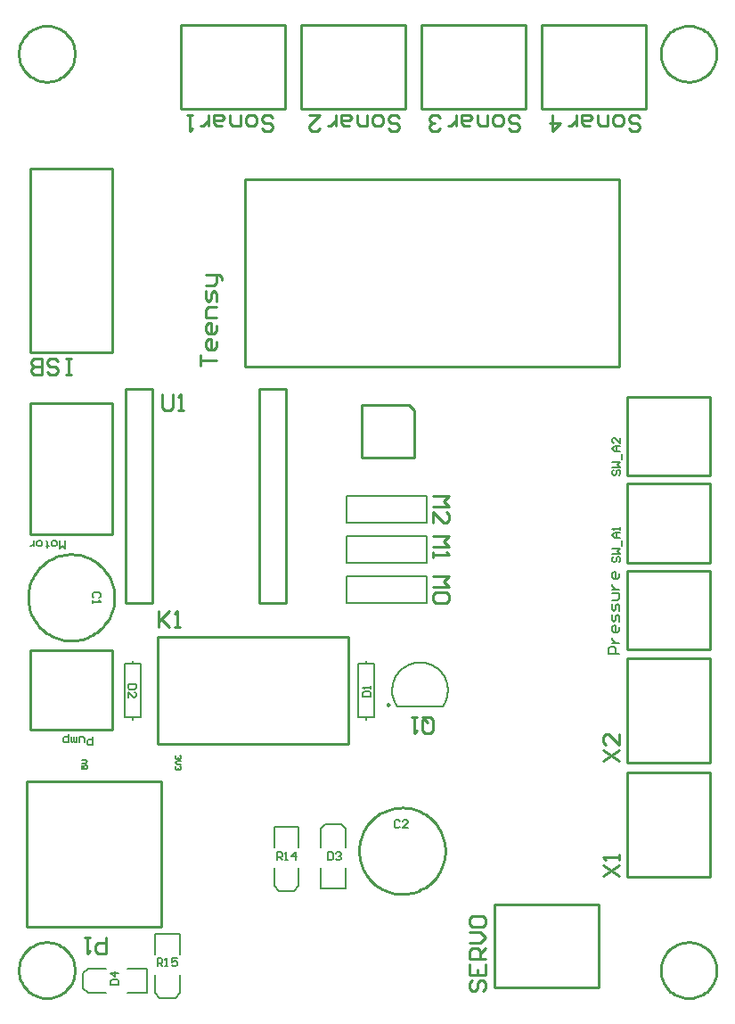
<source format=gto>
G04 Layer_Color=65535*
%FSLAX25Y25*%
%MOIN*%
G70*
G01*
G75*
%ADD33C,0.00984*%
%ADD34C,0.00787*%
%ADD35C,0.01000*%
%ADD36C,0.00500*%
%ADD37C,0.00660*%
D33*
X140106Y111039D02*
X139368Y111466D01*
Y110613D01*
X140106Y111039D01*
D34*
X159983Y110453D02*
X160512Y111289D01*
X160958Y112172D01*
X161320Y113093D01*
X161592Y114044D01*
X161773Y115016D01*
X161861Y116002D01*
X161855Y116991D01*
X161756Y117975D01*
X161564Y118946D01*
X161281Y119894D01*
X160909Y120810D01*
X160452Y121688D01*
X159915Y122518D01*
X159300Y123294D01*
X158616Y124008D01*
X157867Y124653D01*
X157059Y125225D01*
X156202Y125718D01*
X155301Y126128D01*
X154366Y126451D01*
X153404Y126683D01*
X152425Y126823D01*
X151437Y126870D01*
X150449Y126823D01*
X149470Y126683D01*
X148508Y126451D01*
X147573Y126128D01*
X146672Y125718D01*
X145815Y125225D01*
X145008Y124653D01*
X144258Y124008D01*
X143573Y123294D01*
X142959Y122518D01*
X142422Y121688D01*
X141965Y120810D01*
X141593Y119894D01*
X141310Y118946D01*
X141118Y117975D01*
X141019Y116991D01*
X141013Y116002D01*
X141101Y115016D01*
X141282Y114044D01*
X141554Y113093D01*
X141916Y112172D01*
X142362Y111289D01*
X142891Y110453D01*
X142891Y110453D02*
X159983D01*
X123937Y148937D02*
X153937D01*
Y158937D01*
X123937D02*
X153937D01*
X123937Y148937D02*
Y158937D01*
Y163937D02*
X153937D01*
Y173937D01*
X123937D02*
X153937D01*
X123937Y163937D02*
Y173937D01*
Y178937D02*
X153937D01*
Y188937D01*
X123937D02*
X153937D01*
X123937Y178937D02*
Y188937D01*
X131437Y105537D02*
Y106437D01*
Y126437D02*
Y127337D01*
X128437Y106437D02*
X131437D01*
X128437D02*
Y126437D01*
X134437D01*
Y106437D02*
Y126437D01*
X131437Y106437D02*
X134437D01*
X43937Y105537D02*
Y106437D01*
Y126437D02*
Y127337D01*
X40937Y106437D02*
X43937D01*
X40937D02*
Y126437D01*
X46937D01*
Y106437D02*
Y126437D01*
X43937Y106437D02*
X46937D01*
X52409Y17874D02*
Y25354D01*
X61465Y17874D02*
Y25354D01*
X52409D02*
X61465D01*
X53984Y1339D02*
X59890D01*
X52409Y3307D02*
Y10000D01*
X59890Y1339D02*
X61465Y3307D01*
X52409D02*
X53984Y1339D01*
X61465Y3307D02*
Y10000D01*
X41874Y12465D02*
X49354D01*
X41874Y3409D02*
X49354D01*
Y12465D01*
X25339Y4984D02*
Y10890D01*
X27307Y12465D02*
X34000D01*
X25339Y4984D02*
X27307Y3409D01*
X25339Y10890D02*
X27307Y12465D01*
X27307Y3409D02*
X34000D01*
X96909Y57874D02*
Y65354D01*
X105965Y57874D02*
Y65354D01*
X96909D02*
X105965D01*
X98484Y41339D02*
X104390D01*
X96909Y43307D02*
Y50000D01*
X104390Y41339D02*
X105965Y43307D01*
X96909D02*
X98484Y41339D01*
X105965Y43307D02*
Y50000D01*
X123465Y42520D02*
Y50000D01*
X114409Y42520D02*
Y50000D01*
Y42520D02*
X123465D01*
X115984Y66535D02*
X121890D01*
X123465Y57874D02*
Y64567D01*
X114409D02*
X115984Y66535D01*
X121890D02*
X123465Y64567D01*
X114409Y57874D02*
Y64567D01*
D35*
X37079Y151130D02*
X37047Y152133D01*
X36954Y153133D01*
X36798Y154125D01*
X36582Y155105D01*
X36304Y156070D01*
X35967Y157016D01*
X35572Y157939D01*
X35121Y158836D01*
X34614Y159703D01*
X34055Y160536D01*
X33444Y161334D01*
X32786Y162092D01*
X32082Y162807D01*
X31334Y163477D01*
X30546Y164100D01*
X29721Y164672D01*
X28863Y165192D01*
X27973Y165657D01*
X27056Y166067D01*
X26116Y166418D01*
X25155Y166711D01*
X24178Y166943D01*
X23189Y167114D01*
X22191Y167223D01*
X21188Y167270D01*
X20184Y167254D01*
X19183Y167176D01*
X18189Y167036D01*
X17205Y166834D01*
X16236Y166572D01*
X15285Y166250D01*
X14356Y165869D01*
X13453Y165432D01*
X12578Y164939D01*
X11736Y164392D01*
X10929Y163795D01*
X10161Y163148D01*
X9435Y162455D01*
X8753Y161718D01*
X8118Y160940D01*
X7533Y160124D01*
X7000Y159273D01*
X6521Y158391D01*
X6097Y157481D01*
X5731Y156546D01*
X5424Y155590D01*
X5176Y154617D01*
X4990Y153630D01*
X4865Y152634D01*
X4803Y151632D01*
Y150628D01*
X4865Y149626D01*
X4990Y148630D01*
X5176Y147643D01*
X5424Y146670D01*
X5731Y145714D01*
X6097Y144779D01*
X6521Y143869D01*
X7000Y142987D01*
X7533Y142136D01*
X8118Y141320D01*
X8753Y140542D01*
X9435Y139805D01*
X10161Y139112D01*
X10929Y138465D01*
X11736Y137867D01*
X12578Y137321D01*
X13453Y136828D01*
X14356Y136390D01*
X15285Y136010D01*
X16236Y135688D01*
X17206Y135425D01*
X18189Y135224D01*
X19183Y135084D01*
X20184Y135006D01*
X21188Y134990D01*
X22191Y135037D01*
X23189Y135146D01*
X24178Y135317D01*
X25155Y135549D01*
X26116Y135842D01*
X27056Y136193D01*
X27973Y136602D01*
X28863Y137068D01*
X29722Y137588D01*
X30546Y138160D01*
X31334Y138783D01*
X32082Y139453D01*
X32786Y140168D01*
X33445Y140926D01*
X34055Y141724D01*
X34614Y142557D01*
X35121Y143424D01*
X35572Y144321D01*
X35967Y145244D01*
X36304Y146190D01*
X36582Y147155D01*
X36799Y148135D01*
X36954Y149127D01*
X37047Y150127D01*
X37079Y151130D01*
X262441Y11811D02*
X262393Y12807D01*
X262252Y13793D01*
X262017Y14762D01*
X261691Y15703D01*
X261277Y16610D01*
X260778Y17473D01*
X260200Y18285D01*
X259548Y19038D01*
X258826Y19726D01*
X258043Y20342D01*
X257205Y20880D01*
X256319Y21337D01*
X255394Y21708D01*
X254437Y21988D01*
X253459Y22177D01*
X252467Y22272D01*
X251470D01*
X250478Y22177D01*
X249500Y21988D01*
X248543Y21708D01*
X247618Y21337D01*
X246732Y20880D01*
X245894Y20342D01*
X245111Y19726D01*
X244389Y19038D01*
X243737Y18285D01*
X243159Y17473D01*
X242660Y16610D01*
X242246Y15703D01*
X241920Y14762D01*
X241685Y13793D01*
X241544Y12807D01*
X241496Y11811D01*
X241544Y10816D01*
X241685Y9829D01*
X241920Y8861D01*
X242246Y7919D01*
X242660Y7012D01*
X243159Y6149D01*
X243737Y5337D01*
X244389Y4584D01*
X245111Y3897D01*
X245894Y3280D01*
X246732Y2742D01*
X247618Y2285D01*
X248543Y1915D01*
X249500Y1634D01*
X250478Y1445D01*
X251470Y1350D01*
X252467D01*
X253459Y1445D01*
X254437Y1634D01*
X255394Y1915D01*
X256319Y2285D01*
X257205Y2742D01*
X258043Y3280D01*
X258826Y3897D01*
X259548Y4584D01*
X260200Y5337D01*
X260778Y6149D01*
X261277Y7012D01*
X261691Y7919D01*
X262017Y8861D01*
X262252Y9829D01*
X262393Y10816D01*
X262441Y11811D01*
X22284D02*
X22236Y12807D01*
X22094Y13793D01*
X21859Y14762D01*
X21533Y15703D01*
X21119Y16610D01*
X20621Y17473D01*
X20043Y18285D01*
X19390Y19038D01*
X18669Y19726D01*
X17886Y20342D01*
X17047Y20880D01*
X16161Y21337D01*
X15236Y21708D01*
X14280Y21988D01*
X13301Y22177D01*
X12309Y22272D01*
X11313D01*
X10321Y22177D01*
X9342Y21988D01*
X8386Y21708D01*
X7461Y21337D01*
X6575Y20880D01*
X5736Y20342D01*
X4953Y19726D01*
X4232Y19038D01*
X3579Y18285D01*
X3001Y17473D01*
X2503Y16610D01*
X2089Y15703D01*
X1763Y14762D01*
X1528Y13793D01*
X1386Y12807D01*
X1339Y11811D01*
X1386Y10816D01*
X1528Y9829D01*
X1763Y8861D01*
X2089Y7919D01*
X2503Y7012D01*
X3001Y6149D01*
X3579Y5337D01*
X4232Y4584D01*
X4953Y3897D01*
X5736Y3280D01*
X6575Y2742D01*
X7461Y2285D01*
X8386Y1915D01*
X9342Y1634D01*
X10321Y1445D01*
X11313Y1350D01*
X12309D01*
X13301Y1445D01*
X14280Y1634D01*
X15236Y1915D01*
X16161Y2285D01*
X17047Y2742D01*
X17886Y3280D01*
X18669Y3897D01*
X19390Y4584D01*
X20043Y5337D01*
X20621Y6149D01*
X21119Y7012D01*
X21533Y7919D01*
X21859Y8861D01*
X22094Y9829D01*
X22236Y10816D01*
X22284Y11811D01*
X262441Y354331D02*
X262393Y355326D01*
X262252Y356313D01*
X262017Y357281D01*
X261691Y358223D01*
X261277Y359130D01*
X260778Y359993D01*
X260200Y360804D01*
X259548Y361558D01*
X258826Y362245D01*
X258043Y362861D01*
X257205Y363400D01*
X256319Y363857D01*
X255394Y364227D01*
X254437Y364508D01*
X253459Y364697D01*
X252467Y364791D01*
X251470D01*
X250478Y364697D01*
X249500Y364508D01*
X248543Y364227D01*
X247618Y363857D01*
X246732Y363400D01*
X245894Y362861D01*
X245111Y362245D01*
X244389Y361558D01*
X243737Y360804D01*
X243159Y359993D01*
X242660Y359130D01*
X242246Y358223D01*
X241920Y357281D01*
X241685Y356313D01*
X241544Y355326D01*
X241496Y354331D01*
X241544Y353335D01*
X241685Y352349D01*
X241920Y351380D01*
X242246Y350438D01*
X242660Y349532D01*
X243159Y348669D01*
X243737Y347857D01*
X244389Y347104D01*
X245111Y346416D01*
X245894Y345800D01*
X246732Y345261D01*
X247618Y344805D01*
X248543Y344434D01*
X249500Y344153D01*
X250478Y343965D01*
X251470Y343870D01*
X252467D01*
X253459Y343965D01*
X254437Y344153D01*
X255394Y344434D01*
X256319Y344805D01*
X257205Y345261D01*
X258043Y345800D01*
X258826Y346416D01*
X259548Y347104D01*
X260200Y347857D01*
X260778Y348669D01*
X261277Y349532D01*
X261691Y350438D01*
X262017Y351380D01*
X262252Y352349D01*
X262393Y353335D01*
X262441Y354331D01*
X22284D02*
X22236Y355326D01*
X22094Y356313D01*
X21859Y357281D01*
X21533Y358223D01*
X21119Y359130D01*
X20621Y359993D01*
X20043Y360804D01*
X19390Y361558D01*
X18669Y362245D01*
X17886Y362861D01*
X17047Y363400D01*
X16161Y363857D01*
X15236Y364227D01*
X14280Y364508D01*
X13301Y364697D01*
X12309Y364791D01*
X11313D01*
X10321Y364697D01*
X9342Y364508D01*
X8386Y364227D01*
X7461Y363857D01*
X6575Y363400D01*
X5736Y362861D01*
X4953Y362245D01*
X4232Y361558D01*
X3579Y360804D01*
X3001Y359993D01*
X2503Y359130D01*
X2089Y358223D01*
X1763Y357281D01*
X1528Y356313D01*
X1386Y355326D01*
X1339Y354331D01*
X1386Y353335D01*
X1528Y352349D01*
X1763Y351380D01*
X2089Y350438D01*
X2503Y349532D01*
X3001Y348669D01*
X3579Y347857D01*
X4232Y347104D01*
X4953Y346416D01*
X5736Y345800D01*
X6575Y345261D01*
X7461Y344805D01*
X8386Y344434D01*
X9342Y344153D01*
X10321Y343965D01*
X11313Y343870D01*
X12309D01*
X13301Y343965D01*
X14280Y344153D01*
X15236Y344434D01*
X16161Y344805D01*
X17047Y345261D01*
X17886Y345800D01*
X18669Y346416D01*
X19390Y347104D01*
X20043Y347857D01*
X20621Y348669D01*
X21119Y349532D01*
X21533Y350438D01*
X21859Y351380D01*
X22094Y352349D01*
X22236Y353335D01*
X22284Y354331D01*
X160886Y56437D02*
X160855Y57441D01*
X160761Y58440D01*
X160606Y59432D01*
X160389Y60412D01*
X160111Y61377D01*
X159774Y62323D01*
X159379Y63246D01*
X158928Y64143D01*
X158421Y65010D01*
X157862Y65843D01*
X157252Y66641D01*
X156593Y67399D01*
X155889Y68114D01*
X155141Y68784D01*
X154353Y69407D01*
X153528Y69979D01*
X152670Y70499D01*
X151780Y70965D01*
X150863Y71374D01*
X149923Y71725D01*
X148962Y72018D01*
X147985Y72250D01*
X146996Y72421D01*
X145998Y72530D01*
X144995Y72577D01*
X143991Y72561D01*
X142990Y72483D01*
X141996Y72343D01*
X141013Y72141D01*
X140043Y71879D01*
X139093Y71557D01*
X138163Y71176D01*
X137260Y70739D01*
X136385Y70246D01*
X135543Y69699D01*
X134736Y69102D01*
X133968Y68455D01*
X133242Y67762D01*
X132560Y67025D01*
X131925Y66247D01*
X131340Y65431D01*
X130807Y64580D01*
X130328Y63698D01*
X129904Y62788D01*
X129538Y61853D01*
X129231Y60897D01*
X128983Y59924D01*
X128797Y58937D01*
X128673Y57941D01*
X128610Y56939D01*
Y55935D01*
X128673Y54933D01*
X128797Y53937D01*
X128983Y52950D01*
X129231Y51977D01*
X129538Y51021D01*
X129904Y50086D01*
X130328Y49176D01*
X130807Y48294D01*
X131340Y47443D01*
X131925Y46627D01*
X132560Y45849D01*
X133242Y45112D01*
X133968Y44419D01*
X134736Y43772D01*
X135543Y43175D01*
X136385Y42628D01*
X137260Y42135D01*
X138163Y41698D01*
X139093Y41317D01*
X140043Y40995D01*
X141013Y40732D01*
X141996Y40531D01*
X142990Y40391D01*
X143991Y40313D01*
X144995Y40297D01*
X145998Y40344D01*
X146996Y40453D01*
X147985Y40624D01*
X148962Y40856D01*
X149923Y41149D01*
X150863Y41500D01*
X151780Y41909D01*
X152670Y42375D01*
X153528Y42895D01*
X154353Y43467D01*
X155141Y44090D01*
X155889Y44760D01*
X156593Y45475D01*
X157252Y46233D01*
X157862Y47031D01*
X158421Y47864D01*
X158928Y48731D01*
X159379Y49628D01*
X159774Y50551D01*
X160111Y51497D01*
X160389Y52462D01*
X160606Y53442D01*
X160761Y54434D01*
X160855Y55434D01*
X160886Y56437D01*
X196949Y333819D02*
X235925D01*
X196949D02*
Y364921D01*
X235925D01*
Y333819D02*
Y364921D01*
X151949Y333819D02*
X190925D01*
X151949D02*
Y364921D01*
X190925D01*
Y333819D02*
Y364921D01*
X106949Y333819D02*
X145925D01*
X106949D02*
Y364921D01*
X145925D01*
Y333819D02*
Y364921D01*
X61949Y333819D02*
X100925D01*
X61949D02*
Y364921D01*
X100925D01*
Y333819D02*
Y364921D01*
X129508Y203465D02*
Y223150D01*
Y203465D02*
X149193D01*
Y221181D01*
X147224Y223150D02*
X149193Y221181D01*
X129508Y223150D02*
X147224D01*
X229016Y196595D02*
Y226122D01*
X259921D01*
Y196595D02*
Y226122D01*
X229016Y196595D02*
X259921D01*
X229016Y164094D02*
Y193622D01*
X259921D01*
Y164094D02*
Y193622D01*
X229016Y164094D02*
X259921D01*
X229016Y131595D02*
Y161122D01*
X259921D01*
Y131595D02*
Y161122D01*
X229016Y131595D02*
X259921D01*
X5453Y311280D02*
X36358D01*
X5453Y242874D02*
Y311280D01*
Y242874D02*
X36358D01*
Y311280D01*
X51437Y148937D02*
Y228937D01*
X41437Y148937D02*
X51437D01*
X41437D02*
Y228937D01*
X51437D01*
X101437Y148937D02*
Y228937D01*
X91437Y148937D02*
X101437D01*
X91437D02*
Y228937D01*
X101437D01*
X36358Y174567D02*
Y223780D01*
X5453Y174567D02*
X36358D01*
X5453D02*
Y223780D01*
X36358D01*
Y101752D02*
Y131280D01*
X5453Y101752D02*
X36358D01*
X5453D02*
Y131280D01*
X36358D01*
X4331Y27953D02*
X54724D01*
X4331Y82284D02*
X54724D01*
X4331Y27953D02*
Y82284D01*
X54724Y27953D02*
Y82284D01*
X53137Y96387D02*
X124737D01*
Y136487D01*
X53137D02*
X124737D01*
X53137Y96387D02*
Y136487D01*
X179291Y5453D02*
Y36555D01*
Y5453D02*
X218268D01*
Y36555D01*
X179291D02*
X218268D01*
X228819Y46791D02*
X259921D01*
Y85768D01*
X228819D02*
X259921D01*
X228819Y46791D02*
Y85768D01*
Y89291D02*
X259921D01*
Y128268D01*
X228819D02*
X259921D01*
X228819Y89291D02*
Y128268D01*
X85921Y237500D02*
Y307500D01*
X225921D01*
Y237500D02*
Y307500D01*
X85921Y237500D02*
X225921D01*
X156437Y158937D02*
X162435D01*
X160436Y156938D01*
X162435Y154938D01*
X156437D01*
X161435Y152939D02*
X162435Y151939D01*
Y149940D01*
X161435Y148940D01*
X157437D01*
X156437Y149940D01*
Y151939D01*
X157437Y152939D01*
X161435D01*
X156437Y173937D02*
X162435D01*
X160436Y171938D01*
X162435Y169938D01*
X156437D01*
Y167939D02*
Y165940D01*
Y166939D01*
X162435D01*
X161435Y167939D01*
X156437Y188937D02*
X162435D01*
X160436Y186938D01*
X162435Y184938D01*
X156437D01*
Y178940D02*
Y182939D01*
X160436Y178940D01*
X161435D01*
X162435Y179940D01*
Y181939D01*
X161435Y182939D01*
X53543Y146018D02*
Y140020D01*
Y142019D01*
X57542Y146018D01*
X54543Y143019D01*
X57542Y140020D01*
X59541D02*
X61541D01*
X60541D01*
Y146018D01*
X59541Y145018D01*
X219939Y89937D02*
X225937Y93936D01*
X219939D02*
X225937Y89937D01*
Y99934D02*
Y95935D01*
X221938Y99934D01*
X220939D01*
X219939Y98934D01*
Y96935D01*
X220939Y95935D01*
X54937Y226935D02*
Y221937D01*
X55937Y220937D01*
X57936D01*
X58936Y221937D01*
Y226935D01*
X60935Y220937D02*
X62934D01*
X61935D01*
Y226935D01*
X60935Y225935D01*
X33937Y23937D02*
Y17939D01*
X30938D01*
X29938Y18939D01*
Y20938D01*
X30938Y21938D01*
X33937D01*
X27939Y23937D02*
X25940D01*
X26939D01*
Y17939D01*
X27939Y18939D01*
X152438Y105437D02*
Y101439D01*
X153438Y100439D01*
X155437D01*
X156437Y101439D01*
Y105437D01*
X155437Y106437D01*
X153438D01*
X154438Y104438D02*
X152438Y106437D01*
X153438D02*
X152438Y105437D01*
X150439Y106437D02*
X148440D01*
X149439D01*
Y100439D01*
X150439Y101439D01*
X219939Y46937D02*
X225937Y50936D01*
X219939D02*
X225937Y46937D01*
Y52935D02*
Y54934D01*
Y53935D01*
X219939D01*
X220939Y52935D01*
X92281Y326439D02*
X93281Y325439D01*
X95280D01*
X96280Y326439D01*
Y327438D01*
X95280Y328438D01*
X93281D01*
X92281Y329438D01*
Y330437D01*
X93281Y331437D01*
X95280D01*
X96280Y330437D01*
X89282Y331437D02*
X87282D01*
X86283Y330437D01*
Y328438D01*
X87282Y327438D01*
X89282D01*
X90281Y328438D01*
Y330437D01*
X89282Y331437D01*
X84283D02*
Y327438D01*
X81284D01*
X80285Y328438D01*
Y331437D01*
X77286Y327438D02*
X75286D01*
X74287Y328438D01*
Y331437D01*
X77286D01*
X78285Y330437D01*
X77286Y329438D01*
X74287D01*
X72287Y327438D02*
Y331437D01*
Y329438D01*
X71288Y328438D01*
X70288Y327438D01*
X69288D01*
X66289Y331437D02*
X64290D01*
X65289D01*
Y325439D01*
X66289Y326439D01*
X139781D02*
X140780Y325439D01*
X142780D01*
X143780Y326439D01*
Y327438D01*
X142780Y328438D01*
X140780D01*
X139781Y329438D01*
Y330437D01*
X140780Y331437D01*
X142780D01*
X143780Y330437D01*
X136782Y331437D02*
X134782D01*
X133783Y330437D01*
Y328438D01*
X134782Y327438D01*
X136782D01*
X137782Y328438D01*
Y330437D01*
X136782Y331437D01*
X131783D02*
Y327438D01*
X128784D01*
X127785Y328438D01*
Y331437D01*
X124786Y327438D02*
X122786D01*
X121787Y328438D01*
Y331437D01*
X124786D01*
X125785Y330437D01*
X124786Y329438D01*
X121787D01*
X119787Y327438D02*
Y331437D01*
Y329438D01*
X118788Y328438D01*
X117788Y327438D01*
X116788D01*
X109791Y331437D02*
X113789D01*
X109791Y327438D01*
Y326439D01*
X110790Y325439D01*
X112790D01*
X113789Y326439D01*
X184781D02*
X185781Y325439D01*
X187780D01*
X188779Y326439D01*
Y327438D01*
X187780Y328438D01*
X185781D01*
X184781Y329438D01*
Y330437D01*
X185781Y331437D01*
X187780D01*
X188779Y330437D01*
X181782Y331437D02*
X179782D01*
X178783Y330437D01*
Y328438D01*
X179782Y327438D01*
X181782D01*
X182782Y328438D01*
Y330437D01*
X181782Y331437D01*
X176783D02*
Y327438D01*
X173784D01*
X172785Y328438D01*
Y331437D01*
X169786Y327438D02*
X167786D01*
X166787Y328438D01*
Y331437D01*
X169786D01*
X170785Y330437D01*
X169786Y329438D01*
X166787D01*
X164787Y327438D02*
Y331437D01*
Y329438D01*
X163788Y328438D01*
X162788Y327438D01*
X161788D01*
X158789Y326439D02*
X157790Y325439D01*
X155790D01*
X154790Y326439D01*
Y327438D01*
X155790Y328438D01*
X156790D01*
X155790D01*
X154790Y329438D01*
Y330437D01*
X155790Y331437D01*
X157790D01*
X158789Y330437D01*
X229781Y326439D02*
X230781Y325439D01*
X232780D01*
X233780Y326439D01*
Y327438D01*
X232780Y328438D01*
X230781D01*
X229781Y329438D01*
Y330437D01*
X230781Y331437D01*
X232780D01*
X233780Y330437D01*
X226782Y331437D02*
X224782D01*
X223783Y330437D01*
Y328438D01*
X224782Y327438D01*
X226782D01*
X227782Y328438D01*
Y330437D01*
X226782Y331437D01*
X221783D02*
Y327438D01*
X218784D01*
X217785Y328438D01*
Y331437D01*
X214786Y327438D02*
X212786D01*
X211787Y328438D01*
Y331437D01*
X214786D01*
X215785Y330437D01*
X214786Y329438D01*
X211787D01*
X209787Y327438D02*
Y331437D01*
Y329438D01*
X208788Y328438D01*
X207788Y327438D01*
X206788D01*
X200790Y331437D02*
Y325439D01*
X203789Y328438D01*
X199791D01*
X20866Y234415D02*
X18867D01*
X19866D01*
Y240413D01*
X20866D01*
X18867D01*
X11869Y235415D02*
X12869Y234415D01*
X14868D01*
X15868Y235415D01*
Y236415D01*
X14868Y237414D01*
X12869D01*
X11869Y238414D01*
Y239414D01*
X12869Y240413D01*
X14868D01*
X15868Y239414D01*
X9870Y234415D02*
Y240413D01*
X6871D01*
X5871Y239414D01*
Y238414D01*
X6871Y237414D01*
X9870D01*
X6871D01*
X5871Y236415D01*
Y235415D01*
X6871Y234415D01*
X9870D01*
X170939Y7936D02*
X169939Y6936D01*
Y4937D01*
X170939Y3937D01*
X171938D01*
X172938Y4937D01*
Y6936D01*
X173938Y7936D01*
X174937D01*
X175937Y6936D01*
Y4937D01*
X174937Y3937D01*
X169939Y13934D02*
Y9935D01*
X175937D01*
Y13934D01*
X172938Y9935D02*
Y11934D01*
X175937Y15933D02*
X169939D01*
Y18932D01*
X170939Y19932D01*
X172938D01*
X173938Y18932D01*
Y15933D01*
Y17932D02*
X175937Y19932D01*
X169939Y21931D02*
X173938D01*
X175937Y23931D01*
X173938Y25930D01*
X169939D01*
Y30928D02*
Y28929D01*
X170939Y27929D01*
X174937D01*
X175937Y28929D01*
Y30928D01*
X174937Y31928D01*
X170939D01*
X169939Y30928D01*
X69273Y237850D02*
Y241849D01*
Y239849D01*
X75271D01*
Y246847D02*
Y244848D01*
X74272Y243848D01*
X72272D01*
X71273Y244848D01*
Y246847D01*
X72272Y247847D01*
X73272D01*
Y243848D01*
X75271Y252845D02*
Y250846D01*
X74272Y249846D01*
X72272D01*
X71273Y250846D01*
Y252845D01*
X72272Y253845D01*
X73272D01*
Y249846D01*
X75271Y255844D02*
X71273D01*
Y258843D01*
X72272Y259843D01*
X75271D01*
Y261842D02*
Y264841D01*
X74272Y265841D01*
X73272Y264841D01*
Y262842D01*
X72272Y261842D01*
X71273Y262842D01*
Y265841D01*
Y267840D02*
X74272D01*
X75271Y268840D01*
Y271839D01*
X76271D01*
X77271Y270839D01*
Y269840D01*
X75271Y271839D02*
X71273D01*
D36*
X45204Y118839D02*
X42205D01*
Y117339D01*
X42705Y116839D01*
X44704D01*
X45204Y117339D01*
Y118839D01*
X42205Y113840D02*
Y115840D01*
X44204Y113840D01*
X44704D01*
X45204Y114340D01*
Y115340D01*
X44704Y115840D01*
X31436Y150938D02*
X31936Y151437D01*
Y152437D01*
X31436Y152937D01*
X29437D01*
X28937Y152437D01*
Y151437D01*
X29437Y150938D01*
X28937Y149938D02*
Y148938D01*
Y149438D01*
X31936D01*
X31436Y149938D01*
X130072Y114035D02*
X133071D01*
Y115535D01*
X132571Y116035D01*
X130572D01*
X130072Y115535D01*
Y114035D01*
X133071Y117034D02*
Y118034D01*
Y117534D01*
X130072D01*
X130572Y117034D01*
X28937Y98937D02*
Y95938D01*
X27437D01*
X26938Y96438D01*
Y97438D01*
X27437Y97937D01*
X28937D01*
X25938Y96938D02*
Y98437D01*
X25438Y98937D01*
X23939D01*
Y96938D01*
X22939Y98937D02*
Y96938D01*
X22439D01*
X21939Y97438D01*
Y98937D01*
Y97438D01*
X21439Y96938D01*
X20940Y97438D01*
Y98937D01*
X19940Y99937D02*
Y96938D01*
X18440D01*
X17941Y97438D01*
Y98437D01*
X18440Y98937D01*
X19940D01*
X18504Y172303D02*
Y169304D01*
X17504Y170304D01*
X16505Y169304D01*
Y172303D01*
X15005D02*
X14005D01*
X13506Y171803D01*
Y170804D01*
X14005Y170304D01*
X15005D01*
X15505Y170804D01*
Y171803D01*
X15005Y172303D01*
X12006Y169804D02*
Y170304D01*
X12506D01*
X11506D01*
X12006D01*
Y171803D01*
X11506Y172303D01*
X9507D02*
X8507D01*
X8007Y171803D01*
Y170804D01*
X8507Y170304D01*
X9507D01*
X10007Y170804D01*
Y171803D01*
X9507Y172303D01*
X7008Y170304D02*
Y172303D01*
Y171303D01*
X6508Y170804D01*
X6008Y170304D01*
X5508D01*
X223879Y166369D02*
X223379Y165870D01*
Y164870D01*
X223879Y164370D01*
X224379D01*
X224878Y164870D01*
Y165870D01*
X225378Y166369D01*
X225878D01*
X226378Y165870D01*
Y164870D01*
X225878Y164370D01*
X223379Y167369D02*
X226378D01*
X225378Y168369D01*
X226378Y169369D01*
X223379D01*
X226878Y170368D02*
Y172368D01*
X226378Y173367D02*
X224379D01*
X223379Y174367D01*
X224379Y175366D01*
X226378D01*
X224878D01*
Y173367D01*
X226378Y176366D02*
Y177366D01*
Y176866D01*
X223379D01*
X223879Y176366D01*
Y198850D02*
X223379Y198350D01*
Y197350D01*
X223879Y196850D01*
X224379D01*
X224878Y197350D01*
Y198350D01*
X225378Y198850D01*
X225878D01*
X226378Y198350D01*
Y197350D01*
X225878Y196850D01*
X223379Y199849D02*
X226378D01*
X225378Y200849D01*
X226378Y201849D01*
X223379D01*
X226878Y202849D02*
Y204848D01*
X226378Y205848D02*
X224379D01*
X223379Y206847D01*
X224379Y207847D01*
X226378D01*
X224878D01*
Y205848D01*
X226378Y210846D02*
Y208846D01*
X224379Y210846D01*
X223879D01*
X223379Y210346D01*
Y209346D01*
X223879Y208846D01*
X143936Y67436D02*
X143437Y67936D01*
X142437D01*
X141937Y67436D01*
Y65437D01*
X142437Y64937D01*
X143437D01*
X143936Y65437D01*
X146935Y64937D02*
X144936D01*
X146935Y66936D01*
Y67436D01*
X146436Y67936D01*
X145436D01*
X144936Y67436D01*
X116937Y55936D02*
Y52937D01*
X118437D01*
X118936Y53437D01*
Y55436D01*
X118437Y55936D01*
X116937D01*
X119936Y55436D02*
X120436Y55936D01*
X121436D01*
X121935Y55436D01*
Y54936D01*
X121436Y54436D01*
X120936D01*
X121436D01*
X121935Y53937D01*
Y53437D01*
X121436Y52937D01*
X120436D01*
X119936Y53437D01*
X35627Y6303D02*
X38626D01*
Y7803D01*
X38126Y8303D01*
X36127D01*
X35627Y7803D01*
Y6303D01*
X38626Y10802D02*
X35627D01*
X37126Y9302D01*
Y11302D01*
X97937Y52937D02*
Y55936D01*
X99436D01*
X99936Y55436D01*
Y54436D01*
X99436Y53937D01*
X97937D01*
X98937D02*
X99936Y52937D01*
X100936D02*
X101936D01*
X101436D01*
Y55936D01*
X100936Y55436D01*
X104935Y52937D02*
Y55936D01*
X103435Y54436D01*
X105435D01*
X53118Y13248D02*
Y16247D01*
X54618D01*
X55117Y15747D01*
Y14748D01*
X54618Y14248D01*
X53118D01*
X54118D02*
X55117Y13248D01*
X56117D02*
X57117D01*
X56617D01*
Y16247D01*
X56117Y15747D01*
X60616Y16247D02*
X58616D01*
Y14748D01*
X59616Y15247D01*
X60116D01*
X60616Y14748D01*
Y13748D01*
X60116Y13248D01*
X59116D01*
X58616Y13748D01*
X61603Y91937D02*
X61936Y91604D01*
Y90937D01*
X61603Y90604D01*
X61270D01*
X60937Y90937D01*
Y91271D01*
Y90937D01*
X60603Y90604D01*
X60270D01*
X59937Y90937D01*
Y91604D01*
X60270Y91937D01*
X61936Y89938D02*
X60603D01*
X59937Y89271D01*
X60603Y88605D01*
X61936D01*
X61603Y87938D02*
X61936Y87605D01*
Y86939D01*
X61603Y86605D01*
X61270D01*
X60937Y86939D01*
Y87272D01*
Y86939D01*
X60603Y86605D01*
X60270D01*
X59937Y86939D01*
Y87605D01*
X60270Y87938D01*
X24938Y88270D02*
Y86937D01*
X25937D01*
X25604Y87603D01*
Y87937D01*
X25937Y88270D01*
X26604D01*
X26937Y87937D01*
Y87270D01*
X26604Y86937D01*
X24938Y88936D02*
X26271D01*
X26937Y89603D01*
X26271Y90269D01*
X24938D01*
D37*
X225937Y129937D02*
X221938D01*
Y131936D01*
X222605Y132603D01*
X223938D01*
X224604Y131936D01*
Y129937D01*
X223271Y133936D02*
X225937D01*
X224604D01*
X223938Y134602D01*
X223271Y135269D01*
Y135935D01*
X225937Y139934D02*
Y138601D01*
X225271Y137934D01*
X223938D01*
X223271Y138601D01*
Y139934D01*
X223938Y140600D01*
X224604D01*
Y137934D01*
X225937Y141933D02*
Y143932D01*
X225271Y144599D01*
X224604Y143932D01*
Y142600D01*
X223938Y141933D01*
X223271Y142600D01*
Y144599D01*
X225937Y145932D02*
Y147931D01*
X225271Y148598D01*
X224604Y147931D01*
Y146598D01*
X223938Y145932D01*
X223271Y146598D01*
Y148598D01*
Y149931D02*
X225271D01*
X225937Y150597D01*
Y152596D01*
X223271D01*
Y153929D02*
X225937D01*
X224604D01*
X223938Y154596D01*
X223271Y155262D01*
Y155929D01*
X225937Y159927D02*
Y158594D01*
X225271Y157928D01*
X223938D01*
X223271Y158594D01*
Y159927D01*
X223938Y160594D01*
X224604D01*
Y157928D01*
M02*

</source>
